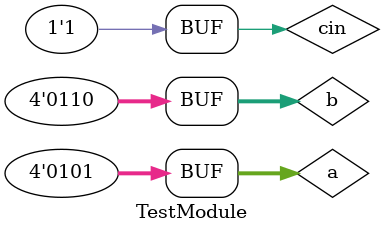
<source format=v>

`timescale 1ns / 1ps

module TestModule;
// Inputs
reg [3:0] a;
reg [3:0] b;
reg cin;

// Outputs
wire [3:0] sum;
wire cout;

// Instantiate the Unit Under Test (UUT)
CLA_Adder uut (
.a(a),
.b(b),
.cin(cin),
.sum(sum),
.cout(cout)
);
initial begin
// Initialize Inputs
a = 0;
b = 0;
cin = 0;
// Wait 100 ns for global reset to finish
#100;
a = 5;
b = 6;
cin = 1;
// Wait 100 ns for global reset to finish
#100;
end
endmodule

</source>
